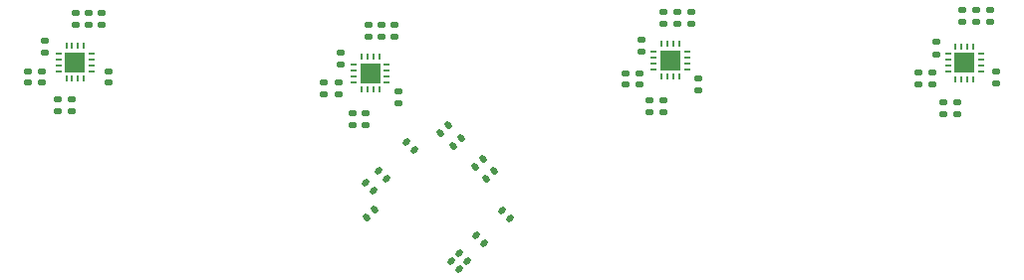
<source format=gbp>
G04 #@! TF.GenerationSoftware,KiCad,Pcbnew,(6.0.8)*
G04 #@! TF.CreationDate,2023-07-25T16:12:09-04:00*
G04 #@! TF.ProjectId,Hybrid USB Hub (USB3.0),48796272-6964-4205-9553-422048756220,v1.0*
G04 #@! TF.SameCoordinates,Original*
G04 #@! TF.FileFunction,Paste,Bot*
G04 #@! TF.FilePolarity,Positive*
%FSLAX46Y46*%
G04 Gerber Fmt 4.6, Leading zero omitted, Abs format (unit mm)*
G04 Created by KiCad (PCBNEW (6.0.8)) date 2023-07-25 16:12:09*
%MOMM*%
%LPD*%
G01*
G04 APERTURE LIST*
G04 Aperture macros list*
%AMRoundRect*
0 Rectangle with rounded corners*
0 $1 Rounding radius*
0 $2 $3 $4 $5 $6 $7 $8 $9 X,Y pos of 4 corners*
0 Add a 4 corners polygon primitive as box body*
4,1,4,$2,$3,$4,$5,$6,$7,$8,$9,$2,$3,0*
0 Add four circle primitives for the rounded corners*
1,1,$1+$1,$2,$3*
1,1,$1+$1,$4,$5*
1,1,$1+$1,$6,$7*
1,1,$1+$1,$8,$9*
0 Add four rect primitives between the rounded corners*
20,1,$1+$1,$2,$3,$4,$5,0*
20,1,$1+$1,$4,$5,$6,$7,0*
20,1,$1+$1,$6,$7,$8,$9,0*
20,1,$1+$1,$8,$9,$2,$3,0*%
G04 Aperture macros list end*
%ADD10RoundRect,0.140000X0.021213X-0.219203X0.219203X-0.021213X-0.021213X0.219203X-0.219203X0.021213X0*%
%ADD11RoundRect,0.135000X-0.185000X0.135000X-0.185000X-0.135000X0.185000X-0.135000X0.185000X0.135000X0*%
%ADD12RoundRect,0.135000X0.185000X-0.135000X0.185000X0.135000X-0.185000X0.135000X-0.185000X-0.135000X0*%
%ADD13RoundRect,0.140000X-0.170000X0.140000X-0.170000X-0.140000X0.170000X-0.140000X0.170000X0.140000X0*%
%ADD14R,1.659999X1.659999*%
%ADD15O,0.599999X0.240000*%
%ADD16O,0.240000X0.599999*%
%ADD17RoundRect,0.140000X-0.219203X-0.021213X-0.021213X-0.219203X0.219203X0.021213X0.021213X0.219203X0*%
%ADD18RoundRect,0.140000X0.219203X0.021213X0.021213X0.219203X-0.219203X-0.021213X-0.021213X-0.219203X0*%
%ADD19RoundRect,0.140000X-0.021213X0.219203X-0.219203X0.021213X0.021213X-0.219203X0.219203X-0.021213X0*%
G04 APERTURE END LIST*
D10*
X150270000Y-108980000D03*
X150948822Y-108301178D03*
D11*
X164420000Y-98170000D03*
X164420000Y-99190000D03*
D12*
X191670000Y-96630000D03*
X191670000Y-95610000D03*
D13*
X138670000Y-101820000D03*
X138670000Y-102780000D03*
D10*
X141016178Y-113333822D03*
X141695000Y-112655000D03*
X148430589Y-107219411D03*
X149109411Y-106540589D03*
D11*
X165070000Y-103310000D03*
X165070000Y-104330000D03*
D12*
X143420000Y-97880000D03*
X143420000Y-96860000D03*
D14*
X141370001Y-101030001D03*
D15*
X139970001Y-101780002D03*
X139970001Y-101280003D03*
X139970001Y-100780001D03*
X139970001Y-100280003D03*
D16*
X140620003Y-99630001D03*
X141120001Y-99630001D03*
X141620003Y-99630001D03*
X142120002Y-99630001D03*
D15*
X142770001Y-100280003D03*
X142770001Y-100780001D03*
X142770001Y-101280003D03*
X142770001Y-101780002D03*
D16*
X142120002Y-102430001D03*
X141620003Y-102430001D03*
X141120001Y-102430001D03*
X140620003Y-102430001D03*
D12*
X167470000Y-96789998D03*
X167470000Y-95769998D03*
D17*
X150330589Y-114840589D03*
X151009411Y-115519411D03*
D11*
X190070000Y-103510000D03*
X190070000Y-104530000D03*
D14*
X191870000Y-100130000D03*
D15*
X190470000Y-100880001D03*
X190470000Y-100380002D03*
X190470000Y-99880000D03*
X190470000Y-99380002D03*
D16*
X191120002Y-98730000D03*
X191620000Y-98730000D03*
X192120002Y-98730000D03*
X192620001Y-98730000D03*
D15*
X193270000Y-99380002D03*
X193270000Y-99880000D03*
X193270000Y-100380002D03*
X193270000Y-100880001D03*
D16*
X192620001Y-101530000D03*
X192120002Y-101530000D03*
X191620000Y-101530000D03*
X191120002Y-101530000D03*
D12*
X142320000Y-97880000D03*
X142320000Y-96860000D03*
D13*
X143770000Y-102585000D03*
X143770000Y-103545000D03*
D18*
X145109411Y-107519411D03*
X144430589Y-106840589D03*
D10*
X151230589Y-110019411D03*
X151909411Y-109340589D03*
D13*
X194570000Y-100900000D03*
X194570000Y-101860000D03*
D11*
X113720000Y-98270000D03*
X113720000Y-99290000D03*
D13*
X187970000Y-100970000D03*
X187970000Y-101930000D03*
D14*
X166870000Y-99930000D03*
D15*
X165470000Y-100680001D03*
X165470000Y-100180002D03*
X165470000Y-99680000D03*
X165470000Y-99180002D03*
D16*
X166120002Y-98530000D03*
X166620000Y-98530000D03*
X167120002Y-98530000D03*
X167620001Y-98530000D03*
D15*
X168270000Y-99180002D03*
X168270000Y-99680000D03*
X168270000Y-100180002D03*
X168270000Y-100680001D03*
D16*
X167620001Y-101330000D03*
X167120002Y-101330000D03*
X166620000Y-101330000D03*
X166120002Y-101330000D03*
D13*
X169270000Y-101500000D03*
X169270000Y-102460000D03*
X137420000Y-101820000D03*
X137420000Y-102780000D03*
D18*
X142709411Y-110019411D03*
X142030589Y-109340589D03*
D13*
X189170000Y-100970000D03*
X189170000Y-101930000D03*
D12*
X192870000Y-96630000D03*
X192870000Y-95610000D03*
D11*
X189470000Y-98370000D03*
X189470000Y-99390000D03*
D12*
X117420000Y-96870001D03*
X117420000Y-95850001D03*
D18*
X141609411Y-111019411D03*
X140930589Y-110340589D03*
D12*
X116320000Y-96870001D03*
X116320000Y-95850001D03*
D13*
X164270000Y-100999998D03*
X164270000Y-101959998D03*
D14*
X116270000Y-100079998D03*
D15*
X114870000Y-100829999D03*
X114870000Y-100330000D03*
X114870000Y-99829998D03*
X114870000Y-99330000D03*
D16*
X115520002Y-98679998D03*
X116020000Y-98679998D03*
X116520002Y-98679998D03*
X117020001Y-98679998D03*
D15*
X117670000Y-99330000D03*
X117670000Y-99829998D03*
X117670000Y-100330000D03*
X117670000Y-100829999D03*
D16*
X117020001Y-101479998D03*
X116520002Y-101479998D03*
X116020000Y-101479998D03*
X115520002Y-101479998D03*
D17*
X148230589Y-117040589D03*
X148909411Y-117719411D03*
D18*
X153219411Y-113409411D03*
X152540589Y-112730589D03*
D12*
X194070000Y-96630000D03*
X194070000Y-95610000D03*
D19*
X148009411Y-105440589D03*
X147330589Y-106119411D03*
D11*
X138870000Y-99220000D03*
X138870000Y-100240000D03*
X115970000Y-103260000D03*
X115970000Y-104280000D03*
D12*
X168670000Y-96789998D03*
X168670000Y-95769998D03*
X118520000Y-96880000D03*
X118520000Y-95860000D03*
D11*
X166270000Y-103310000D03*
X166270000Y-104330000D03*
D13*
X113470000Y-100850000D03*
X113470000Y-101810000D03*
D12*
X166270000Y-96789998D03*
X166270000Y-95769998D03*
X141220000Y-97880001D03*
X141220000Y-96860001D03*
D13*
X119120000Y-100850000D03*
X119120000Y-101810000D03*
X112270000Y-100850000D03*
X112270000Y-101810000D03*
D11*
X114770000Y-103260000D03*
X114770000Y-104280000D03*
D18*
X149609411Y-117019411D03*
X148930589Y-116340589D03*
D11*
X141000000Y-104430000D03*
X141000000Y-105450000D03*
X139850000Y-104430001D03*
X139850000Y-105450001D03*
D13*
X163070000Y-100999998D03*
X163070000Y-101959998D03*
D11*
X191270000Y-103510000D03*
X191270000Y-104530000D03*
M02*

</source>
